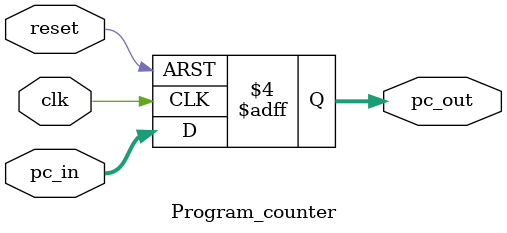
<source format=v>
`timescale 1ns / 1ps

module Program_counter(
    input clk,              // Clock signal
    input reset,            // Reset signal
    input [31:0] pc_in,
    output reg [31:0] pc_out     // Current PC
);
   initial begin
    $monitor("Time: %0t | PC Out: %h | Next PC: %h", $time, pc_out, pc_in);
end
        // Initialize PC
    initial begin
        pc_out = 32'h0;
    end

    always @(posedge clk or posedge reset) begin
 
        if (reset) begin
            // Reset PC to 0
            pc_out <= 32'b0;
        end
        
            else begin
                // Otherwise, increment PC by 4 (next instruction)
                pc_out <= pc_in;
            end
        end
endmodule
</source>
